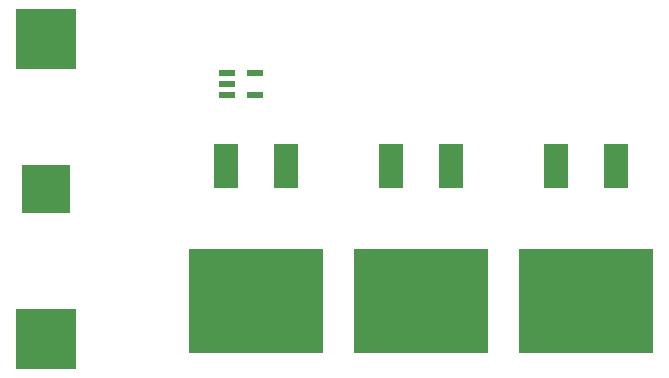
<source format=gbr>
%TF.GenerationSoftware,KiCad,Pcbnew,(5.1.10)-1*%
%TF.CreationDate,2022-01-12T13:36:28-08:00*%
%TF.ProjectId,killswitch,6b696c6c-7377-4697-9463-682e6b696361,rev?*%
%TF.SameCoordinates,Original*%
%TF.FileFunction,Paste,Top*%
%TF.FilePolarity,Positive*%
%FSLAX46Y46*%
G04 Gerber Fmt 4.6, Leading zero omitted, Abs format (unit mm)*
G04 Created by KiCad (PCBNEW (5.1.10)-1) date 2022-01-12 13:36:28*
%MOMM*%
%LPD*%
G01*
G04 APERTURE LIST*
%ADD10R,11.430000X8.890000*%
%ADD11R,2.080000X3.810000*%
%ADD12R,4.064000X4.064000*%
%ADD13R,5.080000X5.080000*%
%ADD14R,1.473200X0.558800*%
G04 APERTURE END LIST*
D10*
%TO.C,N-MOSFET1*%
X158750000Y-81915000D03*
D11*
X156210000Y-70485000D03*
X161290000Y-70485000D03*
%TD*%
%TO.C,N-MOSFET2*%
X189230000Y-70485000D03*
X184150000Y-70485000D03*
D10*
X186690000Y-81915000D03*
%TD*%
%TO.C,N-MOSFET3*%
X172720000Y-81915000D03*
D11*
X170180000Y-70485000D03*
X175260000Y-70485000D03*
%TD*%
D12*
%TO.C,U1*%
X140970000Y-72390000D03*
D13*
X140970000Y-85090000D03*
X140970000Y-59690000D03*
%TD*%
D14*
%TO.C,U2*%
X158673800Y-62549999D03*
X158673800Y-64450001D03*
X156286200Y-64450001D03*
X156286200Y-63500000D03*
X156286200Y-62549999D03*
%TD*%
M02*

</source>
